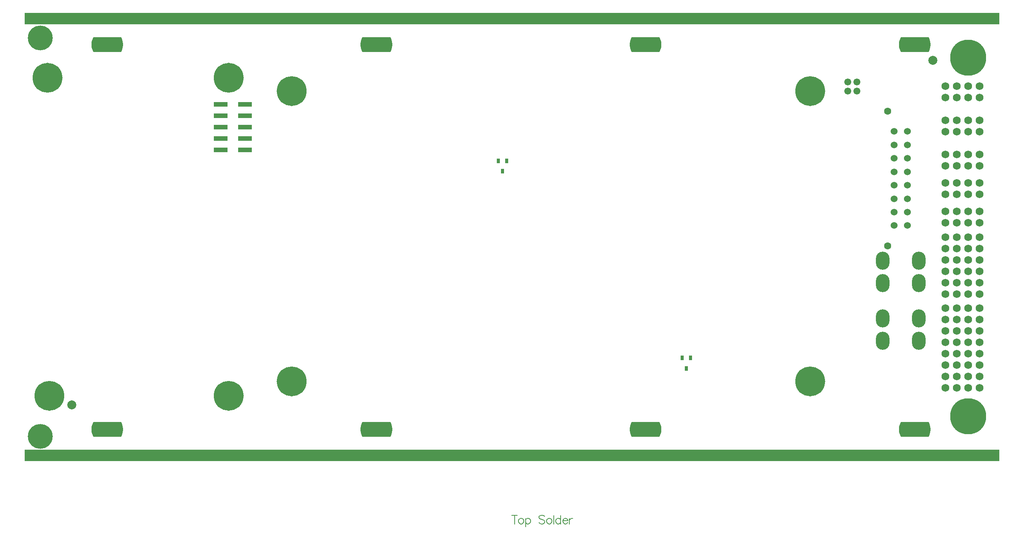
<source format=gts>
G04*
G04 #@! TF.GenerationSoftware,Altium Limited,Altium Designer,25.4.2 (15)*
G04*
G04 Layer_Color=8388736*
%FSLAX44Y44*%
%MOMM*%
G71*
G04*
G04 #@! TF.SameCoordinates,6164A7E8-02EB-4E8E-94B8-B95099DD165E*
G04*
G04*
G04 #@! TF.FilePolarity,Negative*
G04*
G01*
G75*
%ADD13C,0.1778*%
%ADD14R,217.3700X2.5000*%
%ADD15R,217.3701X2.5000*%
%ADD16R,0.6800X1.0800*%
%ADD17R,3.1300X1.0300*%
%ADD18C,2.0000*%
%ADD19C,5.5300*%
%ADD20C,8.0300*%
%ADD21C,1.7300*%
%ADD22C,0.6300*%
%ADD23C,6.6300*%
%ADD24C,1.5540*%
%ADD25O,3.0300X4.0300*%
%ADD26C,1.5300*%
%ADD27C,1.6000*%
%ADD28C,1.0000*%
G36*
X179792Y31951D02*
X179794Y31951D01*
X179810Y31949D01*
X179829Y31946D01*
X179831Y31945D01*
X179833Y31945D01*
X179848Y31938D01*
X179866Y31931D01*
X179867Y31930D01*
X179869Y31929D01*
X179882Y31918D01*
X179897Y31907D01*
X179898Y31905D01*
X179900Y31904D01*
X179910Y31891D01*
X179921Y31876D01*
X179922Y31874D01*
X179923Y31872D01*
X180956Y29962D01*
X180959Y29953D01*
X180964Y29945D01*
X182541Y25898D01*
X182544Y25888D01*
X182547Y25880D01*
X183612Y21669D01*
X183613Y21659D01*
X183616Y21650D01*
X184152Y17340D01*
X184152Y17331D01*
X184153Y17321D01*
X184153Y12978D01*
X184152Y12968D01*
X184152Y12959D01*
X183614Y8649D01*
X183612Y8640D01*
X183611Y8630D01*
X182544Y4419D01*
X182541Y4411D01*
X182539Y4402D01*
X180960Y355D01*
X180956Y347D01*
X180952Y338D01*
X179919Y-1572D01*
X179917Y-1575D01*
X179917Y-1576D01*
X179915Y-1578D01*
X179912Y-1584D01*
X179903Y-1594D01*
X179896Y-1604D01*
X179893Y-1606D01*
X179893Y-1607D01*
X179890Y-1609D01*
X179886Y-1614D01*
X179875Y-1621D01*
X179865Y-1629D01*
X179862Y-1630D01*
X179861Y-1631D01*
X179858Y-1632D01*
X179853Y-1636D01*
X179841Y-1640D01*
X179829Y-1645D01*
X179826Y-1646D01*
X179825Y-1646D01*
X179821Y-1647D01*
X179816Y-1648D01*
X179803Y-1649D01*
X179790Y-1651D01*
X179787Y-1651D01*
X179786Y-1651D01*
X118210D01*
X118208Y-1651D01*
X118206Y-1651D01*
X118188Y-1648D01*
X118171Y-1646D01*
X118169Y-1645D01*
X118167Y-1645D01*
X118151Y-1638D01*
X118134Y-1631D01*
X118133Y-1630D01*
X118131Y-1629D01*
X118117Y-1618D01*
X118103Y-1607D01*
X118102Y-1605D01*
X118100Y-1604D01*
X118089Y-1589D01*
X118079Y-1576D01*
X118078Y-1574D01*
X118077Y-1572D01*
X118070Y-1555D01*
X118066Y-1544D01*
X117047Y340D01*
X117044Y349D01*
X117039Y357D01*
X115461Y4403D01*
X115459Y4412D01*
X115456Y4421D01*
X114390Y8632D01*
X114389Y8641D01*
X114387Y8650D01*
X113850Y12960D01*
X113850Y12969D01*
X113849Y12978D01*
Y17322D01*
X113850Y17331D01*
X113850Y17340D01*
X114387Y21650D01*
X114389Y21659D01*
X114390Y21669D01*
X115456Y25879D01*
X115459Y25888D01*
X115461Y25897D01*
X117039Y29943D01*
X117044Y29951D01*
X117047Y29960D01*
X118066Y31844D01*
X118071Y31856D01*
X118077Y31873D01*
X118078Y31874D01*
X118079Y31876D01*
X118090Y31890D01*
X118101Y31905D01*
X118102Y31906D01*
X118103Y31907D01*
X118117Y31918D01*
X118132Y31929D01*
X118133Y31930D01*
X118134Y31931D01*
X118152Y31938D01*
X118168Y31945D01*
X118169Y31946D01*
X118171Y31946D01*
X118190Y31949D01*
X118207Y31951D01*
X118208Y31951D01*
X118210Y31951D01*
X179790D01*
X179792Y31951D01*
D02*
G37*
G36*
X779792D02*
X779794Y31951D01*
X779810Y31949D01*
X779829Y31946D01*
X779831Y31945D01*
X779833Y31945D01*
X779848Y31938D01*
X779866Y31931D01*
X779867Y31930D01*
X779869Y31929D01*
X779882Y31919D01*
X779897Y31907D01*
X779898Y31905D01*
X779900Y31904D01*
X779910Y31891D01*
X779921Y31876D01*
X779922Y31874D01*
X779923Y31872D01*
X780956Y29962D01*
X780959Y29953D01*
X780964Y29945D01*
X782541Y25898D01*
X782544Y25888D01*
X782547Y25880D01*
X783612Y21669D01*
X783613Y21659D01*
X783616Y21650D01*
X784152Y17340D01*
X784152Y17331D01*
X784153Y17321D01*
X784153Y12978D01*
X784152Y12968D01*
X784152Y12959D01*
X783614Y8649D01*
X783612Y8640D01*
X783611Y8630D01*
X782544Y4419D01*
X782541Y4411D01*
X782539Y4402D01*
X780960Y355D01*
X780956Y347D01*
X780952Y338D01*
X779919Y-1572D01*
X779917Y-1575D01*
X779917Y-1576D01*
X779915Y-1578D01*
X779912Y-1584D01*
X779903Y-1594D01*
X779896Y-1604D01*
X779893Y-1606D01*
X779893Y-1607D01*
X779890Y-1609D01*
X779886Y-1614D01*
X779875Y-1621D01*
X779865Y-1629D01*
X779862Y-1630D01*
X779861Y-1631D01*
X779858Y-1632D01*
X779853Y-1636D01*
X779841Y-1640D01*
X779829Y-1645D01*
X779826Y-1646D01*
X779825Y-1646D01*
X779821Y-1647D01*
X779816Y-1648D01*
X779803Y-1649D01*
X779790Y-1651D01*
X779787Y-1651D01*
X779786Y-1651D01*
X718210D01*
X718208Y-1651D01*
X718206Y-1651D01*
X718188Y-1648D01*
X718171Y-1646D01*
X718169Y-1645D01*
X718167Y-1645D01*
X718151Y-1638D01*
X718134Y-1631D01*
X718133Y-1630D01*
X718131Y-1629D01*
X718117Y-1618D01*
X718103Y-1607D01*
X718102Y-1605D01*
X718100Y-1604D01*
X718089Y-1589D01*
X718079Y-1576D01*
X718078Y-1574D01*
X718077Y-1572D01*
X718070Y-1555D01*
X718066Y-1544D01*
X717047Y340D01*
X717044Y349D01*
X717039Y357D01*
X715461Y4403D01*
X715459Y4412D01*
X715456Y4421D01*
X714390Y8632D01*
X714389Y8641D01*
X714387Y8650D01*
X713850Y12960D01*
X713850Y12969D01*
X713849Y12978D01*
Y17322D01*
X713850Y17331D01*
X713850Y17340D01*
X714387Y21650D01*
X714389Y21659D01*
X714390Y21669D01*
X715456Y25879D01*
X715459Y25888D01*
X715461Y25897D01*
X717039Y29943D01*
X717044Y29951D01*
X717047Y29960D01*
X718066Y31844D01*
X718071Y31856D01*
X718077Y31873D01*
X718078Y31874D01*
X718079Y31876D01*
X718090Y31890D01*
X718101Y31905D01*
X718102Y31906D01*
X718103Y31907D01*
X718118Y31918D01*
X718132Y31929D01*
X718133Y31930D01*
X718134Y31931D01*
X718152Y31938D01*
X718168Y31945D01*
X718169Y31946D01*
X718171Y31946D01*
X718189Y31949D01*
X718207Y31951D01*
X718208Y31951D01*
X718210Y31951D01*
X779790D01*
X779792Y31951D01*
D02*
G37*
G36*
X179792Y890651D02*
X179794Y890651D01*
X179810Y890649D01*
X179829Y890646D01*
X179831Y890645D01*
X179833Y890645D01*
X179848Y890638D01*
X179866Y890631D01*
X179867Y890630D01*
X179869Y890629D01*
X179882Y890618D01*
X179897Y890607D01*
X179898Y890605D01*
X179900Y890604D01*
X179910Y890591D01*
X179921Y890576D01*
X179922Y890574D01*
X179923Y890572D01*
X180956Y888661D01*
X180959Y888653D01*
X180964Y888644D01*
X182541Y884597D01*
X182544Y884588D01*
X182547Y884580D01*
X183612Y880369D01*
X183613Y880359D01*
X183616Y880350D01*
X184152Y876040D01*
X184152Y876031D01*
X184153Y876021D01*
X184153Y871678D01*
X184152Y871668D01*
X184152Y871659D01*
X183614Y867349D01*
X183612Y867340D01*
X183611Y867330D01*
X182544Y863120D01*
X182541Y863111D01*
X182539Y863102D01*
X180960Y859055D01*
X180956Y859047D01*
X180952Y859038D01*
X179919Y857128D01*
X179917Y857125D01*
X179917Y857124D01*
X179915Y857122D01*
X179912Y857116D01*
X179903Y857106D01*
X179896Y857096D01*
X179893Y857094D01*
X179893Y857093D01*
X179890Y857091D01*
X179886Y857086D01*
X179875Y857079D01*
X179865Y857071D01*
X179862Y857070D01*
X179861Y857069D01*
X179858Y857068D01*
X179853Y857064D01*
X179841Y857060D01*
X179829Y857055D01*
X179826Y857054D01*
X179825Y857054D01*
X179821Y857053D01*
X179816Y857051D01*
X179803Y857051D01*
X179790Y857049D01*
X179787Y857049D01*
X179786Y857049D01*
X118210D01*
X118208Y857049D01*
X118206Y857049D01*
X118188Y857051D01*
X118171Y857054D01*
X118169Y857055D01*
X118167Y857055D01*
X118151Y857062D01*
X118134Y857069D01*
X118133Y857070D01*
X118131Y857071D01*
X118117Y857082D01*
X118103Y857093D01*
X118102Y857095D01*
X118100Y857096D01*
X118089Y857111D01*
X118079Y857124D01*
X118078Y857126D01*
X118077Y857128D01*
X118070Y857145D01*
X118066Y857156D01*
X117047Y859040D01*
X117044Y859049D01*
X117039Y859057D01*
X115461Y863103D01*
X115459Y863112D01*
X115456Y863121D01*
X114390Y867331D01*
X114389Y867341D01*
X114387Y867350D01*
X113850Y871660D01*
X113850Y871669D01*
X113849Y871678D01*
Y876021D01*
X113850Y876031D01*
X113850Y876040D01*
X114387Y880350D01*
X114389Y880359D01*
X114390Y880368D01*
X115456Y884579D01*
X115459Y884588D01*
X115461Y884597D01*
X117039Y888643D01*
X117044Y888651D01*
X117047Y888660D01*
X118066Y890545D01*
X118071Y890556D01*
X118077Y890573D01*
X118078Y890574D01*
X118079Y890576D01*
X118090Y890590D01*
X118101Y890605D01*
X118102Y890606D01*
X118103Y890607D01*
X118117Y890618D01*
X118132Y890629D01*
X118133Y890630D01*
X118134Y890631D01*
X118152Y890638D01*
X118168Y890645D01*
X118169Y890646D01*
X118171Y890646D01*
X118190Y890649D01*
X118207Y890651D01*
X118208Y890651D01*
X118210Y890651D01*
X179790D01*
X179792Y890651D01*
D02*
G37*
G36*
X779792D02*
X779794Y890651D01*
X779810Y890649D01*
X779829Y890646D01*
X779831Y890645D01*
X779833Y890645D01*
X779848Y890638D01*
X779866Y890631D01*
X779867Y890630D01*
X779869Y890629D01*
X779882Y890619D01*
X779897Y890607D01*
X779898Y890605D01*
X779900Y890604D01*
X779910Y890591D01*
X779921Y890576D01*
X779922Y890574D01*
X779923Y890572D01*
X780956Y888661D01*
X780959Y888653D01*
X780964Y888644D01*
X782541Y884597D01*
X782544Y884588D01*
X782547Y884580D01*
X783612Y880369D01*
X783613Y880359D01*
X783616Y880350D01*
X784152Y876040D01*
X784152Y876031D01*
X784153Y876021D01*
X784153Y871678D01*
X784152Y871668D01*
X784152Y871659D01*
X783614Y867349D01*
X783612Y867340D01*
X783611Y867330D01*
X782544Y863120D01*
X782541Y863111D01*
X782539Y863102D01*
X780960Y859055D01*
X780956Y859047D01*
X780952Y859038D01*
X779919Y857128D01*
X779917Y857125D01*
X779917Y857124D01*
X779915Y857122D01*
X779912Y857116D01*
X779903Y857106D01*
X779896Y857096D01*
X779893Y857094D01*
X779893Y857093D01*
X779890Y857091D01*
X779886Y857086D01*
X779875Y857079D01*
X779865Y857071D01*
X779862Y857070D01*
X779861Y857069D01*
X779858Y857068D01*
X779853Y857064D01*
X779841Y857060D01*
X779829Y857055D01*
X779826Y857054D01*
X779825Y857054D01*
X779821Y857053D01*
X779816Y857051D01*
X779803Y857051D01*
X779790Y857049D01*
X779787Y857049D01*
X779786Y857049D01*
X718210D01*
X718208Y857049D01*
X718206Y857049D01*
X718188Y857051D01*
X718171Y857054D01*
X718169Y857055D01*
X718167Y857055D01*
X718151Y857062D01*
X718134Y857069D01*
X718133Y857070D01*
X718131Y857071D01*
X718117Y857082D01*
X718103Y857093D01*
X718102Y857095D01*
X718100Y857096D01*
X718089Y857111D01*
X718079Y857124D01*
X718078Y857126D01*
X718077Y857128D01*
X718070Y857145D01*
X718066Y857156D01*
X717047Y859040D01*
X717044Y859049D01*
X717039Y859057D01*
X715461Y863103D01*
X715459Y863112D01*
X715456Y863121D01*
X714390Y867331D01*
X714389Y867341D01*
X714387Y867350D01*
X713850Y871660D01*
X713850Y871669D01*
X713849Y871678D01*
Y876021D01*
X713850Y876031D01*
X713850Y876040D01*
X714387Y880350D01*
X714389Y880359D01*
X714390Y880368D01*
X715456Y884579D01*
X715459Y884588D01*
X715461Y884597D01*
X717039Y888643D01*
X717044Y888651D01*
X717047Y888660D01*
X718066Y890545D01*
X718071Y890556D01*
X718077Y890573D01*
X718078Y890574D01*
X718079Y890576D01*
X718090Y890590D01*
X718101Y890605D01*
X718102Y890606D01*
X718103Y890607D01*
X718118Y890618D01*
X718132Y890629D01*
X718133Y890630D01*
X718134Y890631D01*
X718152Y890638D01*
X718168Y890645D01*
X718169Y890646D01*
X718171Y890646D01*
X718189Y890648D01*
X718207Y890651D01*
X718208Y890651D01*
X718210Y890651D01*
X779790D01*
X779792Y890651D01*
D02*
G37*
G36*
X1379792Y31951D02*
X1379794Y31951D01*
X1379810Y31949D01*
X1379829Y31946D01*
X1379831Y31945D01*
X1379833Y31945D01*
X1379848Y31938D01*
X1379866Y31931D01*
X1379868Y31930D01*
X1379869Y31929D01*
X1379882Y31918D01*
X1379897Y31907D01*
X1379898Y31905D01*
X1379900Y31904D01*
X1379910Y31891D01*
X1379921Y31876D01*
X1379922Y31874D01*
X1379923Y31872D01*
X1380956Y29962D01*
X1380959Y29953D01*
X1380964Y29945D01*
X1382541Y25898D01*
X1382544Y25888D01*
X1382547Y25880D01*
X1383612Y21669D01*
X1383613Y21659D01*
X1383616Y21650D01*
X1384152Y17340D01*
X1384152Y17331D01*
X1384153Y17321D01*
X1384153Y12978D01*
X1384152Y12968D01*
X1384152Y12959D01*
X1383614Y8649D01*
X1383612Y8640D01*
X1383611Y8630D01*
X1382545Y4419D01*
X1382541Y4411D01*
X1382539Y4402D01*
X1380960Y355D01*
X1380956Y347D01*
X1380952Y338D01*
X1379919Y-1572D01*
X1379917Y-1575D01*
X1379917Y-1576D01*
X1379915Y-1578D01*
X1379912Y-1584D01*
X1379903Y-1594D01*
X1379896Y-1604D01*
X1379893Y-1606D01*
X1379893Y-1607D01*
X1379890Y-1609D01*
X1379886Y-1614D01*
X1379875Y-1621D01*
X1379865Y-1629D01*
X1379862Y-1630D01*
X1379861Y-1631D01*
X1379858Y-1632D01*
X1379853Y-1636D01*
X1379841Y-1640D01*
X1379829Y-1645D01*
X1379826Y-1646D01*
X1379825Y-1646D01*
X1379821Y-1647D01*
X1379816Y-1648D01*
X1379803Y-1649D01*
X1379790Y-1651D01*
X1379787Y-1651D01*
X1379786Y-1651D01*
X1318210D01*
X1318208Y-1651D01*
X1318206Y-1651D01*
X1318188Y-1648D01*
X1318171Y-1646D01*
X1318169Y-1645D01*
X1318167Y-1645D01*
X1318151Y-1638D01*
X1318134Y-1631D01*
X1318133Y-1630D01*
X1318131Y-1629D01*
X1318117Y-1618D01*
X1318103Y-1607D01*
X1318102Y-1605D01*
X1318100Y-1604D01*
X1318089Y-1589D01*
X1318079Y-1576D01*
X1318078Y-1574D01*
X1318077Y-1572D01*
X1318070Y-1555D01*
X1318066Y-1544D01*
X1317047Y340D01*
X1317044Y349D01*
X1317039Y357D01*
X1315461Y4403D01*
X1315459Y4412D01*
X1315456Y4421D01*
X1314390Y8632D01*
X1314389Y8641D01*
X1314387Y8650D01*
X1313850Y12960D01*
X1313850Y12969D01*
X1313849Y12978D01*
Y17322D01*
X1313850Y17331D01*
X1313850Y17340D01*
X1314387Y21650D01*
X1314389Y21659D01*
X1314390Y21669D01*
X1315456Y25879D01*
X1315459Y25888D01*
X1315461Y25897D01*
X1317039Y29943D01*
X1317044Y29951D01*
X1317047Y29960D01*
X1318066Y31844D01*
X1318071Y31856D01*
X1318077Y31873D01*
X1318078Y31874D01*
X1318079Y31876D01*
X1318090Y31890D01*
X1318101Y31905D01*
X1318102Y31906D01*
X1318103Y31907D01*
X1318117Y31918D01*
X1318132Y31929D01*
X1318133Y31930D01*
X1318134Y31931D01*
X1318152Y31938D01*
X1318168Y31945D01*
X1318169Y31946D01*
X1318171Y31946D01*
X1318190Y31949D01*
X1318207Y31951D01*
X1318208Y31951D01*
X1318210Y31951D01*
X1379790D01*
X1379792Y31951D01*
D02*
G37*
G36*
X1979792D02*
X1979794Y31951D01*
X1979810Y31949D01*
X1979829Y31946D01*
X1979831Y31945D01*
X1979833Y31945D01*
X1979848Y31938D01*
X1979866Y31931D01*
X1979868Y31930D01*
X1979869Y31929D01*
X1979882Y31919D01*
X1979897Y31907D01*
X1979898Y31905D01*
X1979900Y31904D01*
X1979910Y31891D01*
X1979921Y31876D01*
X1979922Y31874D01*
X1979923Y31872D01*
X1980956Y29962D01*
X1980959Y29953D01*
X1980964Y29945D01*
X1982541Y25898D01*
X1982544Y25888D01*
X1982547Y25880D01*
X1983612Y21669D01*
X1983613Y21659D01*
X1983616Y21650D01*
X1984152Y17340D01*
X1984152Y17331D01*
X1984153Y17321D01*
X1984153Y12978D01*
X1984152Y12968D01*
X1984152Y12959D01*
X1983614Y8649D01*
X1983612Y8640D01*
X1983611Y8630D01*
X1982545Y4419D01*
X1982541Y4411D01*
X1982539Y4402D01*
X1980960Y355D01*
X1980956Y347D01*
X1980952Y338D01*
X1979919Y-1572D01*
X1979917Y-1575D01*
X1979917Y-1576D01*
X1979915Y-1578D01*
X1979912Y-1584D01*
X1979903Y-1594D01*
X1979896Y-1604D01*
X1979893Y-1606D01*
X1979893Y-1607D01*
X1979890Y-1609D01*
X1979886Y-1614D01*
X1979875Y-1621D01*
X1979865Y-1629D01*
X1979862Y-1630D01*
X1979861Y-1631D01*
X1979858Y-1632D01*
X1979853Y-1636D01*
X1979841Y-1640D01*
X1979829Y-1645D01*
X1979826Y-1646D01*
X1979825Y-1646D01*
X1979821Y-1647D01*
X1979816Y-1648D01*
X1979803Y-1649D01*
X1979790Y-1651D01*
X1979787Y-1651D01*
X1979786Y-1651D01*
X1918210D01*
X1918208Y-1651D01*
X1918206Y-1651D01*
X1918188Y-1648D01*
X1918171Y-1646D01*
X1918169Y-1645D01*
X1918167Y-1645D01*
X1918151Y-1638D01*
X1918134Y-1631D01*
X1918133Y-1630D01*
X1918131Y-1629D01*
X1918117Y-1618D01*
X1918103Y-1607D01*
X1918102Y-1605D01*
X1918100Y-1604D01*
X1918089Y-1589D01*
X1918079Y-1576D01*
X1918078Y-1574D01*
X1918077Y-1572D01*
X1918070Y-1555D01*
X1918066Y-1544D01*
X1917047Y340D01*
X1917044Y349D01*
X1917039Y357D01*
X1915461Y4403D01*
X1915459Y4412D01*
X1915456Y4421D01*
X1914390Y8632D01*
X1914389Y8641D01*
X1914387Y8650D01*
X1913850Y12960D01*
X1913850Y12969D01*
X1913849Y12978D01*
Y17322D01*
X1913850Y17331D01*
X1913850Y17340D01*
X1914387Y21650D01*
X1914389Y21659D01*
X1914390Y21669D01*
X1915456Y25879D01*
X1915459Y25888D01*
X1915461Y25897D01*
X1917039Y29943D01*
X1917044Y29951D01*
X1917047Y29960D01*
X1918066Y31844D01*
X1918071Y31856D01*
X1918077Y31873D01*
X1918078Y31874D01*
X1918079Y31876D01*
X1918090Y31890D01*
X1918101Y31905D01*
X1918102Y31906D01*
X1918103Y31907D01*
X1918118Y31918D01*
X1918132Y31929D01*
X1918133Y31930D01*
X1918134Y31931D01*
X1918152Y31938D01*
X1918168Y31945D01*
X1918169Y31946D01*
X1918171Y31946D01*
X1918189Y31949D01*
X1918207Y31951D01*
X1918208Y31951D01*
X1918210Y31951D01*
X1979790D01*
X1979792Y31951D01*
D02*
G37*
G36*
X1379792Y890651D02*
X1379794Y890651D01*
X1379810Y890649D01*
X1379829Y890646D01*
X1379831Y890645D01*
X1379833Y890645D01*
X1379848Y890638D01*
X1379866Y890631D01*
X1379868Y890630D01*
X1379869Y890629D01*
X1379882Y890618D01*
X1379893Y890610D01*
X1379897Y890607D01*
X1379898Y890605D01*
X1379900Y890604D01*
X1379910Y890591D01*
X1379921Y890576D01*
X1379922Y890574D01*
X1379923Y890572D01*
X1380956Y888661D01*
X1380959Y888653D01*
X1380964Y888644D01*
X1382541Y884597D01*
X1382544Y884588D01*
X1382547Y884580D01*
X1383612Y880369D01*
X1383613Y880359D01*
X1383616Y880350D01*
X1384152Y876040D01*
X1384152Y876031D01*
X1384153Y876021D01*
X1384153Y871678D01*
X1384152Y871668D01*
X1384152Y871659D01*
X1383614Y867349D01*
X1383612Y867340D01*
X1383611Y867330D01*
X1382545Y863120D01*
X1382541Y863111D01*
X1382539Y863102D01*
X1380960Y859055D01*
X1380956Y859047D01*
X1380952Y859038D01*
X1379919Y857128D01*
X1379917Y857125D01*
X1379917Y857124D01*
X1379915Y857122D01*
X1379912Y857116D01*
X1379903Y857106D01*
X1379896Y857096D01*
X1379893Y857094D01*
X1379893Y857093D01*
X1379890Y857091D01*
X1379886Y857086D01*
X1379875Y857079D01*
X1379865Y857071D01*
X1379862Y857070D01*
X1379861Y857069D01*
X1379858Y857068D01*
X1379853Y857064D01*
X1379841Y857060D01*
X1379829Y857055D01*
X1379826Y857054D01*
X1379825Y857054D01*
X1379821Y857053D01*
X1379816Y857051D01*
X1379803Y857051D01*
X1379790Y857049D01*
X1379787Y857049D01*
X1379786Y857049D01*
X1318210D01*
X1318208Y857049D01*
X1318206Y857049D01*
X1318188Y857051D01*
X1318171Y857054D01*
X1318169Y857055D01*
X1318167Y857055D01*
X1318151Y857062D01*
X1318134Y857069D01*
X1318133Y857070D01*
X1318131Y857071D01*
X1318117Y857082D01*
X1318103Y857093D01*
X1318102Y857095D01*
X1318100Y857096D01*
X1318089Y857111D01*
X1318079Y857124D01*
X1318078Y857126D01*
X1318077Y857128D01*
X1318070Y857145D01*
X1318066Y857156D01*
X1317047Y859040D01*
X1317044Y859049D01*
X1317039Y859057D01*
X1315461Y863103D01*
X1315459Y863112D01*
X1315456Y863121D01*
X1314390Y867331D01*
X1314389Y867341D01*
X1314387Y867350D01*
X1313850Y871660D01*
X1313850Y871669D01*
X1313849Y871678D01*
Y876021D01*
X1313850Y876031D01*
X1313850Y876040D01*
X1314387Y880350D01*
X1314389Y880359D01*
X1314390Y880368D01*
X1315456Y884579D01*
X1315459Y884588D01*
X1315461Y884597D01*
X1317039Y888643D01*
X1317044Y888651D01*
X1317047Y888660D01*
X1318066Y890545D01*
X1318071Y890556D01*
X1318077Y890573D01*
X1318078Y890574D01*
X1318079Y890576D01*
X1318090Y890590D01*
X1318101Y890605D01*
X1318102Y890606D01*
X1318103Y890607D01*
X1318117Y890618D01*
X1318132Y890629D01*
X1318133Y890630D01*
X1318134Y890631D01*
X1318152Y890638D01*
X1318168Y890645D01*
X1318169Y890646D01*
X1318171Y890646D01*
X1318190Y890649D01*
X1318207Y890651D01*
X1318208Y890651D01*
X1318210Y890651D01*
X1379790D01*
X1379792Y890651D01*
D02*
G37*
G36*
X1979792D02*
X1979794Y890651D01*
X1979810Y890649D01*
X1979829Y890646D01*
X1979831Y890645D01*
X1979833Y890645D01*
X1979848Y890638D01*
X1979866Y890631D01*
X1979868Y890630D01*
X1979869Y890629D01*
X1979882Y890619D01*
X1979897Y890607D01*
X1979898Y890605D01*
X1979900Y890604D01*
X1979910Y890591D01*
X1979921Y890576D01*
X1979922Y890574D01*
X1979923Y890572D01*
X1980956Y888661D01*
X1980959Y888653D01*
X1980964Y888644D01*
X1982541Y884597D01*
X1982544Y884588D01*
X1982547Y884580D01*
X1983612Y880369D01*
X1983613Y880359D01*
X1983616Y880350D01*
X1984152Y876040D01*
X1984152Y876031D01*
X1984153Y876021D01*
X1984153Y871678D01*
X1984152Y871668D01*
X1984152Y871659D01*
X1983614Y867349D01*
X1983612Y867340D01*
X1983611Y867330D01*
X1982545Y863120D01*
X1982541Y863111D01*
X1982539Y863102D01*
X1980960Y859055D01*
X1980956Y859047D01*
X1980952Y859038D01*
X1979919Y857128D01*
X1979917Y857125D01*
X1979917Y857124D01*
X1979915Y857122D01*
X1979912Y857116D01*
X1979903Y857106D01*
X1979896Y857096D01*
X1979893Y857094D01*
X1979893Y857093D01*
X1979890Y857091D01*
X1979886Y857086D01*
X1979875Y857079D01*
X1979865Y857071D01*
X1979862Y857070D01*
X1979861Y857069D01*
X1979858Y857068D01*
X1979853Y857064D01*
X1979841Y857060D01*
X1979829Y857055D01*
X1979826Y857054D01*
X1979825Y857054D01*
X1979821Y857053D01*
X1979816Y857051D01*
X1979803Y857051D01*
X1979790Y857049D01*
X1979787Y857049D01*
X1979786Y857049D01*
X1918210D01*
X1918208Y857049D01*
X1918206Y857049D01*
X1918188Y857051D01*
X1918171Y857054D01*
X1918169Y857055D01*
X1918167Y857055D01*
X1918151Y857062D01*
X1918134Y857069D01*
X1918133Y857070D01*
X1918131Y857071D01*
X1918117Y857082D01*
X1918103Y857093D01*
X1918102Y857095D01*
X1918100Y857096D01*
X1918089Y857111D01*
X1918079Y857124D01*
X1918078Y857126D01*
X1918077Y857128D01*
X1918070Y857145D01*
X1918066Y857156D01*
X1917047Y859040D01*
X1917044Y859049D01*
X1917039Y859057D01*
X1915461Y863103D01*
X1915459Y863112D01*
X1915456Y863121D01*
X1914390Y867331D01*
X1914389Y867341D01*
X1914387Y867350D01*
X1913850Y871660D01*
X1913850Y871669D01*
X1913849Y871678D01*
Y876021D01*
X1913850Y876031D01*
X1913850Y876040D01*
X1914387Y880350D01*
X1914389Y880359D01*
X1914390Y880368D01*
X1915456Y884579D01*
X1915459Y884588D01*
X1915461Y884597D01*
X1917039Y888643D01*
X1917044Y888651D01*
X1917047Y888660D01*
X1918066Y890545D01*
X1918071Y890556D01*
X1918077Y890573D01*
X1918078Y890574D01*
X1918079Y890576D01*
X1918090Y890590D01*
X1918101Y890605D01*
X1918102Y890606D01*
X1918103Y890607D01*
X1918118Y890618D01*
X1918132Y890629D01*
X1918133Y890630D01*
X1918134Y890631D01*
X1918152Y890638D01*
X1918168Y890645D01*
X1918169Y890646D01*
X1918171Y890646D01*
X1918189Y890648D01*
X1918207Y890651D01*
X1918208Y890651D01*
X1918210Y890651D01*
X1979790D01*
X1979792Y890651D01*
D02*
G37*
D13*
X1057054Y-176564D02*
Y-195610D01*
X1050705Y-176564D02*
X1063402D01*
X1070205Y-182913D02*
X1068391Y-183820D01*
X1066577Y-185634D01*
X1065670Y-188354D01*
Y-190168D01*
X1066577Y-192889D01*
X1068391Y-194703D01*
X1070205Y-195610D01*
X1072925D01*
X1074739Y-194703D01*
X1076553Y-192889D01*
X1077460Y-190168D01*
Y-188354D01*
X1076553Y-185634D01*
X1074739Y-183820D01*
X1072925Y-182913D01*
X1070205D01*
X1081632D02*
Y-201959D01*
Y-185634D02*
X1083446Y-183820D01*
X1085260Y-182913D01*
X1087981D01*
X1089795Y-183820D01*
X1091609Y-185634D01*
X1092516Y-188354D01*
Y-190168D01*
X1091609Y-192889D01*
X1089795Y-194703D01*
X1087981Y-195610D01*
X1085260D01*
X1083446Y-194703D01*
X1081632Y-192889D01*
X1124259Y-179285D02*
X1122445Y-177471D01*
X1119724Y-176564D01*
X1116096D01*
X1113375Y-177471D01*
X1111562Y-179285D01*
Y-181099D01*
X1112468Y-182913D01*
X1113375Y-183820D01*
X1115189Y-184727D01*
X1120631Y-186541D01*
X1122445Y-187447D01*
X1123352Y-188354D01*
X1124259Y-190168D01*
Y-192889D01*
X1122445Y-194703D01*
X1119724Y-195610D01*
X1116096D01*
X1113375Y-194703D01*
X1111562Y-192889D01*
X1133056Y-182913D02*
X1131242Y-183820D01*
X1129428Y-185634D01*
X1128521Y-188354D01*
Y-190168D01*
X1129428Y-192889D01*
X1131242Y-194703D01*
X1133056Y-195610D01*
X1135777D01*
X1137591Y-194703D01*
X1139405Y-192889D01*
X1140312Y-190168D01*
Y-188354D01*
X1139405Y-185634D01*
X1137591Y-183820D01*
X1135777Y-182913D01*
X1133056D01*
X1144484Y-176564D02*
Y-195610D01*
X1159358Y-176564D02*
Y-195610D01*
Y-185634D02*
X1157544Y-183820D01*
X1155730Y-182913D01*
X1153009D01*
X1151195Y-183820D01*
X1149381Y-185634D01*
X1148474Y-188354D01*
Y-190168D01*
X1149381Y-192889D01*
X1151195Y-194703D01*
X1153009Y-195610D01*
X1155730D01*
X1157544Y-194703D01*
X1159358Y-192889D01*
X1164437Y-188354D02*
X1175320D01*
Y-186541D01*
X1174413Y-184727D01*
X1173506Y-183820D01*
X1171692Y-182913D01*
X1168971D01*
X1167157Y-183820D01*
X1165343Y-185634D01*
X1164437Y-188354D01*
Y-190168D01*
X1165343Y-192889D01*
X1167157Y-194703D01*
X1168971Y-195610D01*
X1171692D01*
X1173506Y-194703D01*
X1175320Y-192889D01*
X1179401Y-182913D02*
Y-195610D01*
Y-188354D02*
X1180308Y-185634D01*
X1182122Y-183820D01*
X1183936Y-182913D01*
X1186657D01*
D14*
X1051150Y932000D02*
D03*
D15*
X1051150Y-43000D02*
D03*
D16*
X1039500Y614500D02*
D03*
X1020500D02*
D03*
X1030000Y591500D02*
D03*
X1449500Y174500D02*
D03*
X1430500D02*
D03*
X1440000Y151500D02*
D03*
D17*
X402000Y690000D02*
D03*
X456000D02*
D03*
X402000Y664600D02*
D03*
X456000D02*
D03*
X402000Y639200D02*
D03*
X456000D02*
D03*
Y715400D02*
D03*
Y740800D02*
D03*
X402000Y715400D02*
D03*
Y740800D02*
D03*
D18*
X1989000Y839000D02*
D03*
X70000Y70000D02*
D03*
D19*
X0Y0D02*
D03*
Y889000D02*
D03*
D20*
X2068000Y844550D02*
D03*
Y44450D02*
D03*
D21*
X2017200Y781100D02*
D03*
X2042600D02*
D03*
X2068000D02*
D03*
X2093400D02*
D03*
Y755700D02*
D03*
X2068000D02*
D03*
X2042600D02*
D03*
X2017200D02*
D03*
X2093400Y704900D02*
D03*
X2068000D02*
D03*
X2042600D02*
D03*
X2017200D02*
D03*
Y679500D02*
D03*
X2042600D02*
D03*
X2068000D02*
D03*
X2093400D02*
D03*
Y628700D02*
D03*
X2068000D02*
D03*
X2042600D02*
D03*
X2017200D02*
D03*
Y603300D02*
D03*
X2042600D02*
D03*
X2068000D02*
D03*
X2093400D02*
D03*
Y565200D02*
D03*
X2068000D02*
D03*
X2042600D02*
D03*
X2017200D02*
D03*
Y539800D02*
D03*
X2042600D02*
D03*
X2068000D02*
D03*
X2093400D02*
D03*
Y501700D02*
D03*
X2068000D02*
D03*
X2042600D02*
D03*
X2017200D02*
D03*
Y476300D02*
D03*
X2042600D02*
D03*
X2068000D02*
D03*
X2093400D02*
D03*
X2017200Y444500D02*
D03*
X2042600D02*
D03*
X2068000D02*
D03*
X2093400D02*
D03*
X2017200Y419100D02*
D03*
X2042600D02*
D03*
X2068000D02*
D03*
X2093400D02*
D03*
X2017200Y393700D02*
D03*
X2042600D02*
D03*
X2068000D02*
D03*
X2093400D02*
D03*
X2017200Y368300D02*
D03*
X2042600D02*
D03*
X2068000D02*
D03*
X2093400D02*
D03*
X2017200Y342900D02*
D03*
X2042600D02*
D03*
X2068000D02*
D03*
X2093400D02*
D03*
X2017200Y317500D02*
D03*
X2042600D02*
D03*
X2068000D02*
D03*
X2093400D02*
D03*
X2068000Y285700D02*
D03*
X2042600D02*
D03*
X2017200D02*
D03*
Y260300D02*
D03*
X2042600D02*
D03*
X2068000D02*
D03*
X2093400D02*
D03*
Y285700D02*
D03*
Y234900D02*
D03*
X2068000D02*
D03*
X2042600D02*
D03*
X2017200D02*
D03*
Y209500D02*
D03*
X2042600D02*
D03*
X2068000D02*
D03*
X2093400D02*
D03*
Y184100D02*
D03*
X2068000D02*
D03*
X2042600D02*
D03*
X2017200D02*
D03*
Y158700D02*
D03*
X2042600D02*
D03*
X2068000D02*
D03*
X2093400D02*
D03*
Y133300D02*
D03*
X2068000D02*
D03*
X2042600D02*
D03*
X2017200D02*
D03*
Y107900D02*
D03*
X2042600D02*
D03*
X2068000D02*
D03*
X2093400D02*
D03*
D22*
X530000Y770000D02*
D03*
X538787Y748787D02*
D03*
X560000Y740000D02*
D03*
X581213Y748787D02*
D03*
X590000Y770000D02*
D03*
X581213Y791213D02*
D03*
X560000Y800000D02*
D03*
X538787Y791213D02*
D03*
X16000Y830000D02*
D03*
X-5213Y821213D02*
D03*
X-14000Y800000D02*
D03*
X-5213Y778787D02*
D03*
X16000Y770000D02*
D03*
X37213Y778787D02*
D03*
X46000Y800000D02*
D03*
X37213Y821213D02*
D03*
X20000Y120000D02*
D03*
X-1213Y111213D02*
D03*
X-10000Y90000D02*
D03*
X-1213Y68787D02*
D03*
X20000Y60000D02*
D03*
X41213Y68787D02*
D03*
X50000Y90000D02*
D03*
X41213Y111213D02*
D03*
X441213D02*
D03*
X450000Y90000D02*
D03*
X441213Y68787D02*
D03*
X420000Y60000D02*
D03*
X398787Y68787D02*
D03*
X390000Y90000D02*
D03*
X398787Y111213D02*
D03*
X420000Y120000D02*
D03*
X560000Y92000D02*
D03*
X581213Y100787D02*
D03*
X590000Y122000D02*
D03*
X581213Y143213D02*
D03*
X560000Y152000D02*
D03*
X538787Y143213D02*
D03*
X530000Y122000D02*
D03*
X538787Y100787D02*
D03*
X1694787D02*
D03*
X1686000Y122000D02*
D03*
X1694787Y143213D02*
D03*
X1716000Y152000D02*
D03*
X1737213Y143213D02*
D03*
X1746000Y122000D02*
D03*
X1737213Y100787D02*
D03*
X1716000Y92000D02*
D03*
X1694787Y748787D02*
D03*
X1686000Y770000D02*
D03*
X1694787Y791213D02*
D03*
X1716000Y800000D02*
D03*
X1737213Y791213D02*
D03*
X1746000Y770000D02*
D03*
X1737213Y748787D02*
D03*
X1716000Y740000D02*
D03*
X441213Y821213D02*
D03*
X450000Y800000D02*
D03*
X441213Y778787D02*
D03*
X420000Y770000D02*
D03*
X398787Y778787D02*
D03*
X390000Y800000D02*
D03*
X398787Y821213D02*
D03*
X420000Y830000D02*
D03*
D23*
X560000Y770000D02*
D03*
X16000Y800000D02*
D03*
X20000Y90000D02*
D03*
X420000D02*
D03*
X560000Y122000D02*
D03*
X1716000D02*
D03*
Y770000D02*
D03*
X420000Y800000D02*
D03*
D24*
X1820000Y790000D02*
D03*
X1800000D02*
D03*
X1820000Y770000D02*
D03*
X1800000D02*
D03*
D25*
X1958000Y342000D02*
D03*
Y392000D02*
D03*
X1878000D02*
D03*
Y342000D02*
D03*
Y263000D02*
D03*
Y213000D02*
D03*
X1958000D02*
D03*
Y263000D02*
D03*
D26*
X1903000Y470000D02*
D03*
Y500000D02*
D03*
Y530000D02*
D03*
Y560000D02*
D03*
Y590000D02*
D03*
Y620000D02*
D03*
Y650000D02*
D03*
Y680000D02*
D03*
X1933000Y470000D02*
D03*
Y500000D02*
D03*
Y530000D02*
D03*
Y560000D02*
D03*
Y590000D02*
D03*
Y620000D02*
D03*
Y650000D02*
D03*
Y680000D02*
D03*
D27*
X1888500Y425000D02*
D03*
Y725000D02*
D03*
D28*
X1376700Y15150D02*
D03*
X1321300D02*
D03*
X721300Y873850D02*
D03*
X776700D02*
D03*
X176700D02*
D03*
X121300D02*
D03*
Y15150D02*
D03*
X176700D02*
D03*
X776700D02*
D03*
X721300D02*
D03*
X1321300Y873850D02*
D03*
X1376700D02*
D03*
X1976700Y15150D02*
D03*
X1921300D02*
D03*
Y873850D02*
D03*
X1976700D02*
D03*
M02*

</source>
